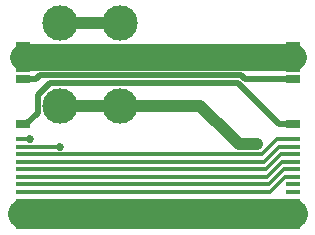
<source format=gbr>
G04 #@! TF.FileFunction,Copper,L2,Bot,Signal*
%FSLAX46Y46*%
G04 Gerber Fmt 4.6, Leading zero omitted, Abs format (unit mm)*
G04 Created by KiCad (PCBNEW 4.0.7-e2-6376~58~ubuntu16.04.1) date Tue Jan 16 19:55:07 2018*
%MOMM*%
%LPD*%
G01*
G04 APERTURE LIST*
%ADD10C,0.100000*%
%ADD11C,3.000000*%
%ADD12R,1.270000X2.540000*%
%ADD13R,1.270000X0.635000*%
%ADD14R,1.270000X0.304800*%
%ADD15C,1.000000*%
%ADD16C,0.685800*%
%ADD17C,1.000000*%
%ADD18C,0.152400*%
%ADD19C,2.540000*%
%ADD20C,0.300000*%
%ADD21C,2.286000*%
%ADD22C,0.508000*%
G04 APERTURE END LIST*
D10*
D11*
X3215000Y16200000D03*
X8215000Y16200000D03*
X8215000Y9200000D03*
X3215000Y9200000D03*
D12*
X0Y13335000D03*
X0Y0D03*
D13*
X0Y11430000D03*
D14*
X0Y6350000D03*
X0Y5715000D03*
X0Y5080000D03*
X0Y4445000D03*
X0Y3810000D03*
X0Y3175000D03*
X0Y2540000D03*
X0Y1905000D03*
D13*
X0Y7620000D03*
D12*
X22860000Y13335000D03*
X22860000Y0D03*
D13*
X22860000Y11430000D03*
D14*
X22860000Y6350000D03*
X22860000Y5715000D03*
X22860000Y5080000D03*
X22860000Y4445000D03*
X22860000Y3810000D03*
X22860000Y3175000D03*
X22860000Y2540000D03*
X22860000Y1905000D03*
D13*
X22860000Y7620000D03*
D15*
X19811982Y5969000D03*
X18288000Y5969000D03*
D16*
X6985000Y10D03*
X1905000Y0D03*
X3175000Y5725310D03*
D15*
X18415000Y13335000D03*
X16510000Y13335000D03*
X14605000Y13335000D03*
X20320000Y13335000D03*
X12700000Y13335000D03*
D16*
X635000Y6362702D03*
D17*
X18288000Y5969000D02*
X19811982Y5969000D01*
X15057000Y9200000D02*
X17788001Y6468999D01*
X8215000Y9200000D02*
X15057000Y9200000D01*
X17788001Y6468999D02*
X18288000Y5969000D01*
X8215000Y9200000D02*
X3215000Y9200000D01*
X8215000Y16200000D02*
X3215000Y16200000D01*
D18*
X6985000Y0D02*
X6985000Y10D01*
D19*
X3175000Y0D02*
X6985000Y0D01*
X6985000Y0D02*
X22860000Y0D01*
X0Y0D02*
X1905000Y0D01*
X1905000Y0D02*
X3175000Y0D01*
D20*
X3164690Y5715000D02*
X3175000Y5725310D01*
X0Y5715000D02*
X3164690Y5715000D01*
D21*
X17907000Y13335000D02*
X19304000Y13335000D01*
X16256000Y13335000D02*
X17907000Y13335000D01*
X14859000Y13335000D02*
X16256000Y13335000D01*
X0Y13335000D02*
X14859000Y13335000D01*
X19304000Y13335000D02*
X22860000Y13335000D01*
D18*
X19285000Y14055000D02*
X19285000Y13354000D01*
X19285000Y13354000D02*
X19304000Y13335000D01*
D22*
X22860000Y11430000D02*
X18840960Y11430000D01*
X18840960Y11430000D02*
X18504149Y11766811D01*
X18504149Y11766811D02*
X1479811Y11766811D01*
X1479811Y11766811D02*
X1143000Y11430000D01*
X1143000Y11430000D02*
X0Y11430000D01*
D20*
X21570782Y6350000D02*
X21925000Y6350000D01*
X21925000Y6350000D02*
X22860000Y6350000D01*
X20300782Y5080000D02*
X21570782Y6350000D01*
X0Y5080000D02*
X20300782Y5080000D01*
X0Y4445000D02*
X20447000Y4445000D01*
X20447000Y4445000D02*
X21717000Y5715000D01*
X21717000Y5715000D02*
X22860000Y5715000D01*
X0Y3810000D02*
X20574000Y3810000D01*
X20574000Y3810000D02*
X21844000Y5080000D01*
X21844000Y5080000D02*
X22860000Y5080000D01*
X0Y3175000D02*
X20701000Y3175000D01*
X20701000Y3175000D02*
X21971000Y4445000D01*
X21971000Y4445000D02*
X22860000Y4445000D01*
X0Y2540000D02*
X20828000Y2540000D01*
X20828000Y2540000D02*
X22098000Y3810000D01*
X22098000Y3810000D02*
X22860000Y3810000D01*
X0Y1905000D02*
X20955000Y1905000D01*
X20955000Y1905000D02*
X22225000Y3175000D01*
X22225000Y3175000D02*
X22860000Y3175000D01*
D22*
X0Y7620000D02*
X317500Y7620000D01*
X1308599Y10115073D02*
X2299927Y11106401D01*
X317500Y7620000D02*
X1308599Y8611099D01*
X1308599Y8611099D02*
X1308599Y10115073D01*
X2299927Y11106401D02*
X18230599Y11106401D01*
X18230599Y11106401D02*
X21717000Y7620000D01*
X21717000Y7620000D02*
X22860000Y7620000D01*
D20*
X0Y6350000D02*
X622298Y6350000D01*
D18*
X622298Y6350000D02*
X635000Y6362702D01*
M02*

</source>
